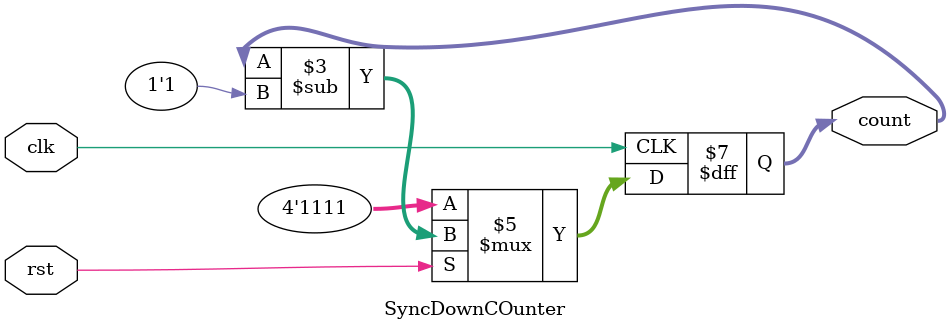
<source format=v>
module SyncDownCOunter (
	input clk, rst, 
	output reg [3:0] count);
always@(posedge clk)
  begin
    if(!rst)
	count <= 4'b1111;
    else
	count <= count - 1'b1;
  end
endmodule


</source>
